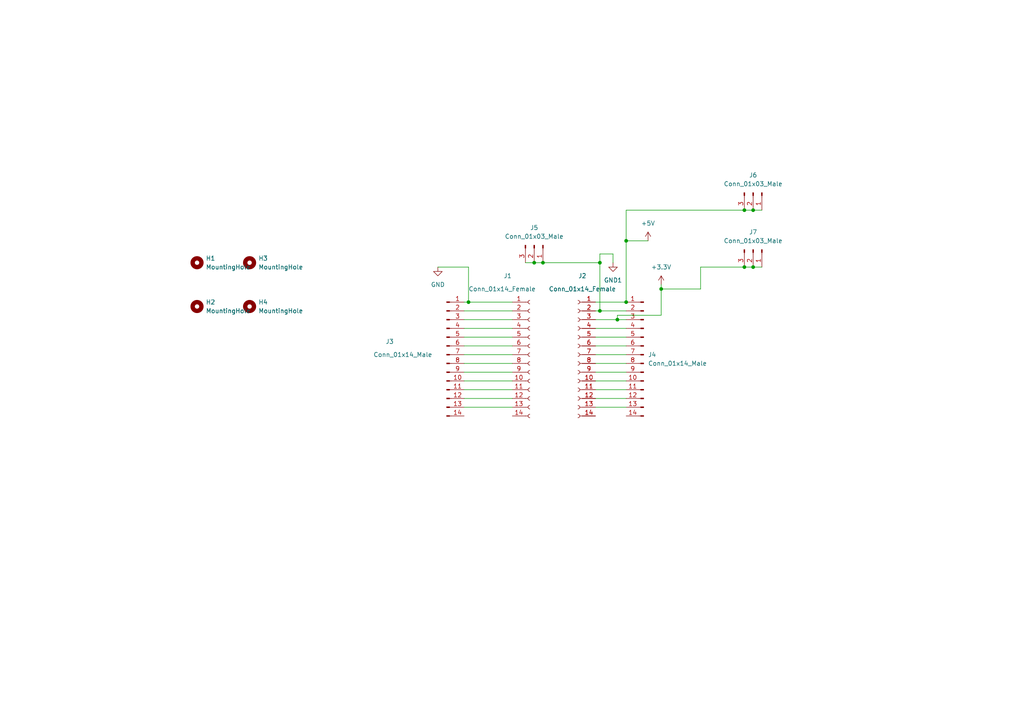
<source format=kicad_sch>
(kicad_sch
	(version 20250114)
	(generator "eeschema")
	(generator_version "9.0")
	(uuid "8d7eee74-4e66-43ff-b4d9-a3ad8116e446")
	(paper "A4")
	(lib_symbols
		(symbol "Connector:Conn_01x03_Male"
			(pin_names
				(offset 1.016)
				(hide yes)
			)
			(exclude_from_sim no)
			(in_bom yes)
			(on_board yes)
			(property "Reference" "J"
				(at 0 5.08 0)
				(effects
					(font
						(size 1.27 1.27)
					)
				)
			)
			(property "Value" "Conn_01x03_Male"
				(at 0 -5.08 0)
				(effects
					(font
						(size 1.27 1.27)
					)
				)
			)
			(property "Footprint" ""
				(at 0 0 0)
				(effects
					(font
						(size 1.27 1.27)
					)
					(hide yes)
				)
			)
			(property "Datasheet" "~"
				(at 0 0 0)
				(effects
					(font
						(size 1.27 1.27)
					)
					(hide yes)
				)
			)
			(property "Description" "Generic connector, single row, 01x03, script generated (kicad-library-utils/schlib/autogen/connector/)"
				(at 0 0 0)
				(effects
					(font
						(size 1.27 1.27)
					)
					(hide yes)
				)
			)
			(property "ki_keywords" "connector"
				(at 0 0 0)
				(effects
					(font
						(size 1.27 1.27)
					)
					(hide yes)
				)
			)
			(property "ki_fp_filters" "Connector*:*_1x??_*"
				(at 0 0 0)
				(effects
					(font
						(size 1.27 1.27)
					)
					(hide yes)
				)
			)
			(symbol "Conn_01x03_Male_1_1"
				(rectangle
					(start 0.8636 2.667)
					(end 0 2.413)
					(stroke
						(width 0.1524)
						(type default)
					)
					(fill
						(type outline)
					)
				)
				(rectangle
					(start 0.8636 0.127)
					(end 0 -0.127)
					(stroke
						(width 0.1524)
						(type default)
					)
					(fill
						(type outline)
					)
				)
				(rectangle
					(start 0.8636 -2.413)
					(end 0 -2.667)
					(stroke
						(width 0.1524)
						(type default)
					)
					(fill
						(type outline)
					)
				)
				(polyline
					(pts
						(xy 1.27 2.54) (xy 0.8636 2.54)
					)
					(stroke
						(width 0.1524)
						(type default)
					)
					(fill
						(type none)
					)
				)
				(polyline
					(pts
						(xy 1.27 0) (xy 0.8636 0)
					)
					(stroke
						(width 0.1524)
						(type default)
					)
					(fill
						(type none)
					)
				)
				(polyline
					(pts
						(xy 1.27 -2.54) (xy 0.8636 -2.54)
					)
					(stroke
						(width 0.1524)
						(type default)
					)
					(fill
						(type none)
					)
				)
				(pin passive line
					(at 5.08 2.54 180)
					(length 3.81)
					(name "Pin_1"
						(effects
							(font
								(size 1.27 1.27)
							)
						)
					)
					(number "1"
						(effects
							(font
								(size 1.27 1.27)
							)
						)
					)
				)
				(pin passive line
					(at 5.08 0 180)
					(length 3.81)
					(name "Pin_2"
						(effects
							(font
								(size 1.27 1.27)
							)
						)
					)
					(number "2"
						(effects
							(font
								(size 1.27 1.27)
							)
						)
					)
				)
				(pin passive line
					(at 5.08 -2.54 180)
					(length 3.81)
					(name "Pin_3"
						(effects
							(font
								(size 1.27 1.27)
							)
						)
					)
					(number "3"
						(effects
							(font
								(size 1.27 1.27)
							)
						)
					)
				)
			)
			(embedded_fonts no)
		)
		(symbol "Connector:Conn_01x14_Female"
			(pin_names
				(offset 1.016)
				(hide yes)
			)
			(exclude_from_sim no)
			(in_bom yes)
			(on_board yes)
			(property "Reference" "J"
				(at 0 17.78 0)
				(effects
					(font
						(size 1.27 1.27)
					)
				)
			)
			(property "Value" "Conn_01x14_Female"
				(at 0 -20.32 0)
				(effects
					(font
						(size 1.27 1.27)
					)
				)
			)
			(property "Footprint" ""
				(at 0 0 0)
				(effects
					(font
						(size 1.27 1.27)
					)
					(hide yes)
				)
			)
			(property "Datasheet" "~"
				(at 0 0 0)
				(effects
					(font
						(size 1.27 1.27)
					)
					(hide yes)
				)
			)
			(property "Description" "Generic connector, single row, 01x14, script generated (kicad-library-utils/schlib/autogen/connector/)"
				(at 0 0 0)
				(effects
					(font
						(size 1.27 1.27)
					)
					(hide yes)
				)
			)
			(property "ki_keywords" "connector"
				(at 0 0 0)
				(effects
					(font
						(size 1.27 1.27)
					)
					(hide yes)
				)
			)
			(property "ki_fp_filters" "Connector*:*_1x??_*"
				(at 0 0 0)
				(effects
					(font
						(size 1.27 1.27)
					)
					(hide yes)
				)
			)
			(symbol "Conn_01x14_Female_1_1"
				(polyline
					(pts
						(xy -1.27 15.24) (xy -0.508 15.24)
					)
					(stroke
						(width 0.1524)
						(type default)
					)
					(fill
						(type none)
					)
				)
				(polyline
					(pts
						(xy -1.27 12.7) (xy -0.508 12.7)
					)
					(stroke
						(width 0.1524)
						(type default)
					)
					(fill
						(type none)
					)
				)
				(polyline
					(pts
						(xy -1.27 10.16) (xy -0.508 10.16)
					)
					(stroke
						(width 0.1524)
						(type default)
					)
					(fill
						(type none)
					)
				)
				(polyline
					(pts
						(xy -1.27 7.62) (xy -0.508 7.62)
					)
					(stroke
						(width 0.1524)
						(type default)
					)
					(fill
						(type none)
					)
				)
				(polyline
					(pts
						(xy -1.27 5.08) (xy -0.508 5.08)
					)
					(stroke
						(width 0.1524)
						(type default)
					)
					(fill
						(type none)
					)
				)
				(polyline
					(pts
						(xy -1.27 2.54) (xy -0.508 2.54)
					)
					(stroke
						(width 0.1524)
						(type default)
					)
					(fill
						(type none)
					)
				)
				(polyline
					(pts
						(xy -1.27 0) (xy -0.508 0)
					)
					(stroke
						(width 0.1524)
						(type default)
					)
					(fill
						(type none)
					)
				)
				(polyline
					(pts
						(xy -1.27 -2.54) (xy -0.508 -2.54)
					)
					(stroke
						(width 0.1524)
						(type default)
					)
					(fill
						(type none)
					)
				)
				(polyline
					(pts
						(xy -1.27 -5.08) (xy -0.508 -5.08)
					)
					(stroke
						(width 0.1524)
						(type default)
					)
					(fill
						(type none)
					)
				)
				(polyline
					(pts
						(xy -1.27 -7.62) (xy -0.508 -7.62)
					)
					(stroke
						(width 0.1524)
						(type default)
					)
					(fill
						(type none)
					)
				)
				(polyline
					(pts
						(xy -1.27 -10.16) (xy -0.508 -10.16)
					)
					(stroke
						(width 0.1524)
						(type default)
					)
					(fill
						(type none)
					)
				)
				(polyline
					(pts
						(xy -1.27 -12.7) (xy -0.508 -12.7)
					)
					(stroke
						(width 0.1524)
						(type default)
					)
					(fill
						(type none)
					)
				)
				(polyline
					(pts
						(xy -1.27 -15.24) (xy -0.508 -15.24)
					)
					(stroke
						(width 0.1524)
						(type default)
					)
					(fill
						(type none)
					)
				)
				(polyline
					(pts
						(xy -1.27 -17.78) (xy -0.508 -17.78)
					)
					(stroke
						(width 0.1524)
						(type default)
					)
					(fill
						(type none)
					)
				)
				(arc
					(start 0 14.732)
					(mid -0.5058 15.24)
					(end 0 15.748)
					(stroke
						(width 0.1524)
						(type default)
					)
					(fill
						(type none)
					)
				)
				(arc
					(start 0 12.192)
					(mid -0.5058 12.7)
					(end 0 13.208)
					(stroke
						(width 0.1524)
						(type default)
					)
					(fill
						(type none)
					)
				)
				(arc
					(start 0 9.652)
					(mid -0.5058 10.16)
					(end 0 10.668)
					(stroke
						(width 0.1524)
						(type default)
					)
					(fill
						(type none)
					)
				)
				(arc
					(start 0 7.112)
					(mid -0.5058 7.62)
					(end 0 8.128)
					(stroke
						(width 0.1524)
						(type default)
					)
					(fill
						(type none)
					)
				)
				(arc
					(start 0 4.572)
					(mid -0.5058 5.08)
					(end 0 5.588)
					(stroke
						(width 0.1524)
						(type default)
					)
					(fill
						(type none)
					)
				)
				(arc
					(start 0 2.032)
					(mid -0.5058 2.54)
					(end 0 3.048)
					(stroke
						(width 0.1524)
						(type default)
					)
					(fill
						(type none)
					)
				)
				(arc
					(start 0 -0.508)
					(mid -0.5058 0)
					(end 0 0.508)
					(stroke
						(width 0.1524)
						(type default)
					)
					(fill
						(type none)
					)
				)
				(arc
					(start 0 -3.048)
					(mid -0.5058 -2.54)
					(end 0 -2.032)
					(stroke
						(width 0.1524)
						(type default)
					)
					(fill
						(type none)
					)
				)
				(arc
					(start 0 -5.588)
					(mid -0.5058 -5.08)
					(end 0 -4.572)
					(stroke
						(width 0.1524)
						(type default)
					)
					(fill
						(type none)
					)
				)
				(arc
					(start 0 -8.128)
					(mid -0.5058 -7.62)
					(end 0 -7.112)
					(stroke
						(width 0.1524)
						(type default)
					)
					(fill
						(type none)
					)
				)
				(arc
					(start 0 -10.668)
					(mid -0.5058 -10.16)
					(end 0 -9.652)
					(stroke
						(width 0.1524)
						(type default)
					)
					(fill
						(type none)
					)
				)
				(arc
					(start 0 -13.208)
					(mid -0.5058 -12.7)
					(end 0 -12.192)
					(stroke
						(width 0.1524)
						(type default)
					)
					(fill
						(type none)
					)
				)
				(arc
					(start 0 -15.748)
					(mid -0.5058 -15.24)
					(end 0 -14.732)
					(stroke
						(width 0.1524)
						(type default)
					)
					(fill
						(type none)
					)
				)
				(arc
					(start 0 -18.288)
					(mid -0.5058 -17.78)
					(end 0 -17.272)
					(stroke
						(width 0.1524)
						(type default)
					)
					(fill
						(type none)
					)
				)
				(pin passive line
					(at -5.08 15.24 0)
					(length 3.81)
					(name "Pin_1"
						(effects
							(font
								(size 1.27 1.27)
							)
						)
					)
					(number "1"
						(effects
							(font
								(size 1.27 1.27)
							)
						)
					)
				)
				(pin passive line
					(at -5.08 12.7 0)
					(length 3.81)
					(name "Pin_2"
						(effects
							(font
								(size 1.27 1.27)
							)
						)
					)
					(number "2"
						(effects
							(font
								(size 1.27 1.27)
							)
						)
					)
				)
				(pin passive line
					(at -5.08 10.16 0)
					(length 3.81)
					(name "Pin_3"
						(effects
							(font
								(size 1.27 1.27)
							)
						)
					)
					(number "3"
						(effects
							(font
								(size 1.27 1.27)
							)
						)
					)
				)
				(pin passive line
					(at -5.08 7.62 0)
					(length 3.81)
					(name "Pin_4"
						(effects
							(font
								(size 1.27 1.27)
							)
						)
					)
					(number "4"
						(effects
							(font
								(size 1.27 1.27)
							)
						)
					)
				)
				(pin passive line
					(at -5.08 5.08 0)
					(length 3.81)
					(name "Pin_5"
						(effects
							(font
								(size 1.27 1.27)
							)
						)
					)
					(number "5"
						(effects
							(font
								(size 1.27 1.27)
							)
						)
					)
				)
				(pin passive line
					(at -5.08 2.54 0)
					(length 3.81)
					(name "Pin_6"
						(effects
							(font
								(size 1.27 1.27)
							)
						)
					)
					(number "6"
						(effects
							(font
								(size 1.27 1.27)
							)
						)
					)
				)
				(pin passive line
					(at -5.08 0 0)
					(length 3.81)
					(name "Pin_7"
						(effects
							(font
								(size 1.27 1.27)
							)
						)
					)
					(number "7"
						(effects
							(font
								(size 1.27 1.27)
							)
						)
					)
				)
				(pin passive line
					(at -5.08 -2.54 0)
					(length 3.81)
					(name "Pin_8"
						(effects
							(font
								(size 1.27 1.27)
							)
						)
					)
					(number "8"
						(effects
							(font
								(size 1.27 1.27)
							)
						)
					)
				)
				(pin passive line
					(at -5.08 -5.08 0)
					(length 3.81)
					(name "Pin_9"
						(effects
							(font
								(size 1.27 1.27)
							)
						)
					)
					(number "9"
						(effects
							(font
								(size 1.27 1.27)
							)
						)
					)
				)
				(pin passive line
					(at -5.08 -7.62 0)
					(length 3.81)
					(name "Pin_10"
						(effects
							(font
								(size 1.27 1.27)
							)
						)
					)
					(number "10"
						(effects
							(font
								(size 1.27 1.27)
							)
						)
					)
				)
				(pin passive line
					(at -5.08 -10.16 0)
					(length 3.81)
					(name "Pin_11"
						(effects
							(font
								(size 1.27 1.27)
							)
						)
					)
					(number "11"
						(effects
							(font
								(size 1.27 1.27)
							)
						)
					)
				)
				(pin passive line
					(at -5.08 -12.7 0)
					(length 3.81)
					(name "Pin_12"
						(effects
							(font
								(size 1.27 1.27)
							)
						)
					)
					(number "12"
						(effects
							(font
								(size 1.27 1.27)
							)
						)
					)
				)
				(pin passive line
					(at -5.08 -15.24 0)
					(length 3.81)
					(name "Pin_13"
						(effects
							(font
								(size 1.27 1.27)
							)
						)
					)
					(number "13"
						(effects
							(font
								(size 1.27 1.27)
							)
						)
					)
				)
				(pin passive line
					(at -5.08 -17.78 0)
					(length 3.81)
					(name "Pin_14"
						(effects
							(font
								(size 1.27 1.27)
							)
						)
					)
					(number "14"
						(effects
							(font
								(size 1.27 1.27)
							)
						)
					)
				)
			)
			(embedded_fonts no)
		)
		(symbol "Connector:Conn_01x14_Male"
			(pin_names
				(offset 1.016)
				(hide yes)
			)
			(exclude_from_sim no)
			(in_bom yes)
			(on_board yes)
			(property "Reference" "J"
				(at 0 17.78 0)
				(effects
					(font
						(size 1.27 1.27)
					)
				)
			)
			(property "Value" "Conn_01x14_Male"
				(at 0 -20.32 0)
				(effects
					(font
						(size 1.27 1.27)
					)
				)
			)
			(property "Footprint" ""
				(at 0 0 0)
				(effects
					(font
						(size 1.27 1.27)
					)
					(hide yes)
				)
			)
			(property "Datasheet" "~"
				(at 0 0 0)
				(effects
					(font
						(size 1.27 1.27)
					)
					(hide yes)
				)
			)
			(property "Description" "Generic connector, single row, 01x14, script generated (kicad-library-utils/schlib/autogen/connector/)"
				(at 0 0 0)
				(effects
					(font
						(size 1.27 1.27)
					)
					(hide yes)
				)
			)
			(property "ki_keywords" "connector"
				(at 0 0 0)
				(effects
					(font
						(size 1.27 1.27)
					)
					(hide yes)
				)
			)
			(property "ki_fp_filters" "Connector*:*_1x??_*"
				(at 0 0 0)
				(effects
					(font
						(size 1.27 1.27)
					)
					(hide yes)
				)
			)
			(symbol "Conn_01x14_Male_1_1"
				(rectangle
					(start 0.8636 15.367)
					(end 0 15.113)
					(stroke
						(width 0.1524)
						(type default)
					)
					(fill
						(type outline)
					)
				)
				(rectangle
					(start 0.8636 12.827)
					(end 0 12.573)
					(stroke
						(width 0.1524)
						(type default)
					)
					(fill
						(type outline)
					)
				)
				(rectangle
					(start 0.8636 10.287)
					(end 0 10.033)
					(stroke
						(width 0.1524)
						(type default)
					)
					(fill
						(type outline)
					)
				)
				(rectangle
					(start 0.8636 7.747)
					(end 0 7.493)
					(stroke
						(width 0.1524)
						(type default)
					)
					(fill
						(type outline)
					)
				)
				(rectangle
					(start 0.8636 5.207)
					(end 0 4.953)
					(stroke
						(width 0.1524)
						(type default)
					)
					(fill
						(type outline)
					)
				)
				(rectangle
					(start 0.8636 2.667)
					(end 0 2.413)
					(stroke
						(width 0.1524)
						(type default)
					)
					(fill
						(type outline)
					)
				)
				(rectangle
					(start 0.8636 0.127)
					(end 0 -0.127)
					(stroke
						(width 0.1524)
						(type default)
					)
					(fill
						(type outline)
					)
				)
				(rectangle
					(start 0.8636 -2.413)
					(end 0 -2.667)
					(stroke
						(width 0.1524)
						(type default)
					)
					(fill
						(type outline)
					)
				)
				(rectangle
					(start 0.8636 -4.953)
					(end 0 -5.207)
					(stroke
						(width 0.1524)
						(type default)
					)
					(fill
						(type outline)
					)
				)
				(rectangle
					(start 0.8636 -7.493)
					(end 0 -7.747)
					(stroke
						(width 0.1524)
						(type default)
					)
					(fill
						(type outline)
					)
				)
				(rectangle
					(start 0.8636 -10.033)
					(end 0 -10.287)
					(stroke
						(width 0.1524)
						(type default)
					)
					(fill
						(type outline)
					)
				)
				(rectangle
					(start 0.8636 -12.573)
					(end 0 -12.827)
					(stroke
						(width 0.1524)
						(type default)
					)
					(fill
						(type outline)
					)
				)
				(rectangle
					(start 0.8636 -15.113)
					(end 0 -15.367)
					(stroke
						(width 0.1524)
						(type default)
					)
					(fill
						(type outline)
					)
				)
				(rectangle
					(start 0.8636 -17.653)
					(end 0 -17.907)
					(stroke
						(width 0.1524)
						(type default)
					)
					(fill
						(type outline)
					)
				)
				(polyline
					(pts
						(xy 1.27 15.24) (xy 0.8636 15.24)
					)
					(stroke
						(width 0.1524)
						(type default)
					)
					(fill
						(type none)
					)
				)
				(polyline
					(pts
						(xy 1.27 12.7) (xy 0.8636 12.7)
					)
					(stroke
						(width 0.1524)
						(type default)
					)
					(fill
						(type none)
					)
				)
				(polyline
					(pts
						(xy 1.27 10.16) (xy 0.8636 10.16)
					)
					(stroke
						(width 0.1524)
						(type default)
					)
					(fill
						(type none)
					)
				)
				(polyline
					(pts
						(xy 1.27 7.62) (xy 0.8636 7.62)
					)
					(stroke
						(width 0.1524)
						(type default)
					)
					(fill
						(type none)
					)
				)
				(polyline
					(pts
						(xy 1.27 5.08) (xy 0.8636 5.08)
					)
					(stroke
						(width 0.1524)
						(type default)
					)
					(fill
						(type none)
					)
				)
				(polyline
					(pts
						(xy 1.27 2.54) (xy 0.8636 2.54)
					)
					(stroke
						(width 0.1524)
						(type default)
					)
					(fill
						(type none)
					)
				)
				(polyline
					(pts
						(xy 1.27 0) (xy 0.8636 0)
					)
					(stroke
						(width 0.1524)
						(type default)
					)
					(fill
						(type none)
					)
				)
				(polyline
					(pts
						(xy 1.27 -2.54) (xy 0.8636 -2.54)
					)
					(stroke
						(width 0.1524)
						(type default)
					)
					(fill
						(type none)
					)
				)
				(polyline
					(pts
						(xy 1.27 -5.08) (xy 0.8636 -5.08)
					)
					(stroke
						(width 0.1524)
						(type default)
					)
					(fill
						(type none)
					)
				)
				(polyline
					(pts
						(xy 1.27 -7.62) (xy 0.8636 -7.62)
					)
					(stroke
						(width 0.1524)
						(type default)
					)
					(fill
						(type none)
					)
				)
				(polyline
					(pts
						(xy 1.27 -10.16) (xy 0.8636 -10.16)
					)
					(stroke
						(width 0.1524)
						(type default)
					)
					(fill
						(type none)
					)
				)
				(polyline
					(pts
						(xy 1.27 -12.7) (xy 0.8636 -12.7)
					)
					(stroke
						(width 0.1524)
						(type default)
					)
					(fill
						(type none)
					)
				)
				(polyline
					(pts
						(xy 1.27 -15.24) (xy 0.8636 -15.24)
					)
					(stroke
						(width 0.1524)
						(type default)
					)
					(fill
						(type none)
					)
				)
				(polyline
					(pts
						(xy 1.27 -17.78) (xy 0.8636 -17.78)
					)
					(stroke
						(width 0.1524)
						(type default)
					)
					(fill
						(type none)
					)
				)
				(pin passive line
					(at 5.08 15.24 180)
					(length 3.81)
					(name "Pin_1"
						(effects
							(font
								(size 1.27 1.27)
							)
						)
					)
					(number "1"
						(effects
							(font
								(size 1.27 1.27)
							)
						)
					)
				)
				(pin passive line
					(at 5.08 12.7 180)
					(length 3.81)
					(name "Pin_2"
						(effects
							(font
								(size 1.27 1.27)
							)
						)
					)
					(number "2"
						(effects
							(font
								(size 1.27 1.27)
							)
						)
					)
				)
				(pin passive line
					(at 5.08 10.16 180)
					(length 3.81)
					(name "Pin_3"
						(effects
							(font
								(size 1.27 1.27)
							)
						)
					)
					(number "3"
						(effects
							(font
								(size 1.27 1.27)
							)
						)
					)
				)
				(pin passive line
					(at 5.08 7.62 180)
					(length 3.81)
					(name "Pin_4"
						(effects
							(font
								(size 1.27 1.27)
							)
						)
					)
					(number "4"
						(effects
							(font
								(size 1.27 1.27)
							)
						)
					)
				)
				(pin passive line
					(at 5.08 5.08 180)
					(length 3.81)
					(name "Pin_5"
						(effects
							(font
								(size 1.27 1.27)
							)
						)
					)
					(number "5"
						(effects
							(font
								(size 1.27 1.27)
							)
						)
					)
				)
				(pin passive line
					(at 5.08 2.54 180)
					(length 3.81)
					(name "Pin_6"
						(effects
							(font
								(size 1.27 1.27)
							)
						)
					)
					(number "6"
						(effects
							(font
								(size 1.27 1.27)
							)
						)
					)
				)
				(pin passive line
					(at 5.08 0 180)
					(length 3.81)
					(name "Pin_7"
						(effects
							(font
								(size 1.27 1.27)
							)
						)
					)
					(number "7"
						(effects
							(font
								(size 1.27 1.27)
							)
						)
					)
				)
				(pin passive line
					(at 5.08 -2.54 180)
					(length 3.81)
					(name "Pin_8"
						(effects
							(font
								(size 1.27 1.27)
							)
						)
					)
					(number "8"
						(effects
							(font
								(size 1.27 1.27)
							)
						)
					)
				)
				(pin passive line
					(at 5.08 -5.08 180)
					(length 3.81)
					(name "Pin_9"
						(effects
							(font
								(size 1.27 1.27)
							)
						)
					)
					(number "9"
						(effects
							(font
								(size 1.27 1.27)
							)
						)
					)
				)
				(pin passive line
					(at 5.08 -7.62 180)
					(length 3.81)
					(name "Pin_10"
						(effects
							(font
								(size 1.27 1.27)
							)
						)
					)
					(number "10"
						(effects
							(font
								(size 1.27 1.27)
							)
						)
					)
				)
				(pin passive line
					(at 5.08 -10.16 180)
					(length 3.81)
					(name "Pin_11"
						(effects
							(font
								(size 1.27 1.27)
							)
						)
					)
					(number "11"
						(effects
							(font
								(size 1.27 1.27)
							)
						)
					)
				)
				(pin passive line
					(at 5.08 -12.7 180)
					(length 3.81)
					(name "Pin_12"
						(effects
							(font
								(size 1.27 1.27)
							)
						)
					)
					(number "12"
						(effects
							(font
								(size 1.27 1.27)
							)
						)
					)
				)
				(pin passive line
					(at 5.08 -15.24 180)
					(length 3.81)
					(name "Pin_13"
						(effects
							(font
								(size 1.27 1.27)
							)
						)
					)
					(number "13"
						(effects
							(font
								(size 1.27 1.27)
							)
						)
					)
				)
				(pin passive line
					(at 5.08 -17.78 180)
					(length 3.81)
					(name "Pin_14"
						(effects
							(font
								(size 1.27 1.27)
							)
						)
					)
					(number "14"
						(effects
							(font
								(size 1.27 1.27)
							)
						)
					)
				)
			)
			(embedded_fonts no)
		)
		(symbol "Mechanical:MountingHole"
			(pin_names
				(offset 1.016)
			)
			(exclude_from_sim no)
			(in_bom yes)
			(on_board yes)
			(property "Reference" "H"
				(at 0 5.08 0)
				(effects
					(font
						(size 1.27 1.27)
					)
				)
			)
			(property "Value" "MountingHole"
				(at 0 3.175 0)
				(effects
					(font
						(size 1.27 1.27)
					)
				)
			)
			(property "Footprint" ""
				(at 0 0 0)
				(effects
					(font
						(size 1.27 1.27)
					)
					(hide yes)
				)
			)
			(property "Datasheet" "~"
				(at 0 0 0)
				(effects
					(font
						(size 1.27 1.27)
					)
					(hide yes)
				)
			)
			(property "Description" "Mounting Hole without connection"
				(at 0 0 0)
				(effects
					(font
						(size 1.27 1.27)
					)
					(hide yes)
				)
			)
			(property "ki_keywords" "mounting hole"
				(at 0 0 0)
				(effects
					(font
						(size 1.27 1.27)
					)
					(hide yes)
				)
			)
			(property "ki_fp_filters" "MountingHole*"
				(at 0 0 0)
				(effects
					(font
						(size 1.27 1.27)
					)
					(hide yes)
				)
			)
			(symbol "MountingHole_0_1"
				(circle
					(center 0 0)
					(radius 1.27)
					(stroke
						(width 1.27)
						(type default)
					)
					(fill
						(type none)
					)
				)
			)
			(embedded_fonts no)
		)
		(symbol "power:+3.3V"
			(power)
			(pin_names
				(offset 0)
			)
			(exclude_from_sim no)
			(in_bom yes)
			(on_board yes)
			(property "Reference" "#PWR"
				(at 0 -3.81 0)
				(effects
					(font
						(size 1.27 1.27)
					)
					(hide yes)
				)
			)
			(property "Value" "+3.3V"
				(at 0 3.556 0)
				(effects
					(font
						(size 1.27 1.27)
					)
				)
			)
			(property "Footprint" ""
				(at 0 0 0)
				(effects
					(font
						(size 1.27 1.27)
					)
					(hide yes)
				)
			)
			(property "Datasheet" ""
				(at 0 0 0)
				(effects
					(font
						(size 1.27 1.27)
					)
					(hide yes)
				)
			)
			(property "Description" "Power symbol creates a global label with name \"+3.3V\""
				(at 0 0 0)
				(effects
					(font
						(size 1.27 1.27)
					)
					(hide yes)
				)
			)
			(property "ki_keywords" "power-flag"
				(at 0 0 0)
				(effects
					(font
						(size 1.27 1.27)
					)
					(hide yes)
				)
			)
			(symbol "+3.3V_0_1"
				(polyline
					(pts
						(xy -0.762 1.27) (xy 0 2.54)
					)
					(stroke
						(width 0)
						(type default)
					)
					(fill
						(type none)
					)
				)
				(polyline
					(pts
						(xy 0 2.54) (xy 0.762 1.27)
					)
					(stroke
						(width 0)
						(type default)
					)
					(fill
						(type none)
					)
				)
				(polyline
					(pts
						(xy 0 0) (xy 0 2.54)
					)
					(stroke
						(width 0)
						(type default)
					)
					(fill
						(type none)
					)
				)
			)
			(symbol "+3.3V_1_1"
				(pin power_in line
					(at 0 0 90)
					(length 0)
					(hide yes)
					(name "+3.3V"
						(effects
							(font
								(size 1.27 1.27)
							)
						)
					)
					(number "1"
						(effects
							(font
								(size 1.27 1.27)
							)
						)
					)
				)
			)
			(embedded_fonts no)
		)
		(symbol "power:+5V"
			(power)
			(pin_names
				(offset 0)
			)
			(exclude_from_sim no)
			(in_bom yes)
			(on_board yes)
			(property "Reference" "#PWR"
				(at 0 -3.81 0)
				(effects
					(font
						(size 1.27 1.27)
					)
					(hide yes)
				)
			)
			(property "Value" "+5V"
				(at 0 3.556 0)
				(effects
					(font
						(size 1.27 1.27)
					)
				)
			)
			(property "Footprint" ""
				(at 0 0 0)
				(effects
					(font
						(size 1.27 1.27)
					)
					(hide yes)
				)
			)
			(property "Datasheet" ""
				(at 0 0 0)
				(effects
					(font
						(size 1.27 1.27)
					)
					(hide yes)
				)
			)
			(property "Description" "Power symbol creates a global label with name \"+5V\""
				(at 0 0 0)
				(effects
					(font
						(size 1.27 1.27)
					)
					(hide yes)
				)
			)
			(property "ki_keywords" "power-flag"
				(at 0 0 0)
				(effects
					(font
						(size 1.27 1.27)
					)
					(hide yes)
				)
			)
			(symbol "+5V_0_1"
				(polyline
					(pts
						(xy -0.762 1.27) (xy 0 2.54)
					)
					(stroke
						(width 0)
						(type default)
					)
					(fill
						(type none)
					)
				)
				(polyline
					(pts
						(xy 0 2.54) (xy 0.762 1.27)
					)
					(stroke
						(width 0)
						(type default)
					)
					(fill
						(type none)
					)
				)
				(polyline
					(pts
						(xy 0 0) (xy 0 2.54)
					)
					(stroke
						(width 0)
						(type default)
					)
					(fill
						(type none)
					)
				)
			)
			(symbol "+5V_1_1"
				(pin power_in line
					(at 0 0 90)
					(length 0)
					(hide yes)
					(name "+5V"
						(effects
							(font
								(size 1.27 1.27)
							)
						)
					)
					(number "1"
						(effects
							(font
								(size 1.27 1.27)
							)
						)
					)
				)
			)
			(embedded_fonts no)
		)
		(symbol "power:GND"
			(power)
			(pin_names
				(offset 0)
			)
			(exclude_from_sim no)
			(in_bom yes)
			(on_board yes)
			(property "Reference" "#PWR"
				(at 0 -6.35 0)
				(effects
					(font
						(size 1.27 1.27)
					)
					(hide yes)
				)
			)
			(property "Value" "GND"
				(at 0 -3.81 0)
				(effects
					(font
						(size 1.27 1.27)
					)
				)
			)
			(property "Footprint" ""
				(at 0 0 0)
				(effects
					(font
						(size 1.27 1.27)
					)
					(hide yes)
				)
			)
			(property "Datasheet" ""
				(at 0 0 0)
				(effects
					(font
						(size 1.27 1.27)
					)
					(hide yes)
				)
			)
			(property "Description" "Power symbol creates a global label with name \"GND\" , ground"
				(at 0 0 0)
				(effects
					(font
						(size 1.27 1.27)
					)
					(hide yes)
				)
			)
			(property "ki_keywords" "power-flag"
				(at 0 0 0)
				(effects
					(font
						(size 1.27 1.27)
					)
					(hide yes)
				)
			)
			(symbol "GND_0_1"
				(polyline
					(pts
						(xy 0 0) (xy 0 -1.27) (xy 1.27 -1.27) (xy 0 -2.54) (xy -1.27 -1.27) (xy 0 -1.27)
					)
					(stroke
						(width 0)
						(type default)
					)
					(fill
						(type none)
					)
				)
			)
			(symbol "GND_1_1"
				(pin power_in line
					(at 0 0 270)
					(length 0)
					(hide yes)
					(name "GND"
						(effects
							(font
								(size 1.27 1.27)
							)
						)
					)
					(number "1"
						(effects
							(font
								(size 1.27 1.27)
							)
						)
					)
				)
			)
			(embedded_fonts no)
		)
		(symbol "power:GND1"
			(power)
			(pin_names
				(offset 0)
			)
			(exclude_from_sim no)
			(in_bom yes)
			(on_board yes)
			(property "Reference" "#PWR"
				(at 0 -6.35 0)
				(effects
					(font
						(size 1.27 1.27)
					)
					(hide yes)
				)
			)
			(property "Value" "GND1"
				(at 0 -3.81 0)
				(effects
					(font
						(size 1.27 1.27)
					)
				)
			)
			(property "Footprint" ""
				(at 0 0 0)
				(effects
					(font
						(size 1.27 1.27)
					)
					(hide yes)
				)
			)
			(property "Datasheet" ""
				(at 0 0 0)
				(effects
					(font
						(size 1.27 1.27)
					)
					(hide yes)
				)
			)
			(property "Description" "Power symbol creates a global label with name \"GND1\" , ground"
				(at 0 0 0)
				(effects
					(font
						(size 1.27 1.27)
					)
					(hide yes)
				)
			)
			(property "ki_keywords" "power-flag"
				(at 0 0 0)
				(effects
					(font
						(size 1.27 1.27)
					)
					(hide yes)
				)
			)
			(symbol "GND1_0_1"
				(polyline
					(pts
						(xy 0 0) (xy 0 -1.27) (xy 1.27 -1.27) (xy 0 -2.54) (xy -1.27 -1.27) (xy 0 -1.27)
					)
					(stroke
						(width 0)
						(type default)
					)
					(fill
						(type none)
					)
				)
			)
			(symbol "GND1_1_1"
				(pin power_in line
					(at 0 0 270)
					(length 0)
					(hide yes)
					(name "GND1"
						(effects
							(font
								(size 1.27 1.27)
							)
						)
					)
					(number "1"
						(effects
							(font
								(size 1.27 1.27)
							)
						)
					)
				)
			)
			(embedded_fonts no)
		)
	)
	(junction
		(at 157.48 76.2)
		(diameter 0)
		(color 0 0 0 0)
		(uuid "0d9156e3-5694-4fb2-89a7-076311d2cdb6")
	)
	(junction
		(at 191.77 83.82)
		(diameter 0)
		(color 0 0 0 0)
		(uuid "25e41757-8954-415a-8b6c-53b539343ab5")
	)
	(junction
		(at 215.9 77.47)
		(diameter 0)
		(color 0 0 0 0)
		(uuid "3382678a-9bbc-4423-a5d9-37581a83b382")
	)
	(junction
		(at 181.61 69.85)
		(diameter 0)
		(color 0 0 0 0)
		(uuid "55466926-99a2-4fbc-9f7a-5452476543bf")
	)
	(junction
		(at 181.61 87.63)
		(diameter 0)
		(color 0 0 0 0)
		(uuid "72b424b1-2856-419c-bd8a-feab623a3988")
	)
	(junction
		(at 173.99 90.17)
		(diameter 0)
		(color 0 0 0 0)
		(uuid "80f32393-8829-427f-9fe7-0071f15cf1df")
	)
	(junction
		(at 218.44 60.96)
		(diameter 0)
		(color 0 0 0 0)
		(uuid "836fe681-7f71-4df4-abad-e0d1f59b65c7")
	)
	(junction
		(at 179.07 92.71)
		(diameter 0)
		(color 0 0 0 0)
		(uuid "96bd339e-0453-4a8c-a411-3fd909349757")
	)
	(junction
		(at 218.44 77.47)
		(diameter 0)
		(color 0 0 0 0)
		(uuid "ce85af0c-ef5f-4140-837e-f24e5ab0a1b5")
	)
	(junction
		(at 173.99 76.2)
		(diameter 0)
		(color 0 0 0 0)
		(uuid "cedb3603-5469-4238-99b7-7ec0797d7193")
	)
	(junction
		(at 135.89 87.63)
		(diameter 0)
		(color 0 0 0 0)
		(uuid "e1d4e2ec-42f6-44f6-a0be-cd3830547a1e")
	)
	(junction
		(at 154.94 76.2)
		(diameter 0)
		(color 0 0 0 0)
		(uuid "fa5ee673-c900-4d00-9d90-77d9ac377de9")
	)
	(junction
		(at 215.9 60.96)
		(diameter 0)
		(color 0 0 0 0)
		(uuid "fcb4b5cc-c8d6-4ba0-bb26-3672827770a9")
	)
	(wire
		(pts
			(xy 172.72 110.49) (xy 181.61 110.49)
		)
		(stroke
			(width 0)
			(type default)
		)
		(uuid "05cd2506-b7cc-4a2c-9783-26f3fe5b4b23")
	)
	(wire
		(pts
			(xy 134.62 102.87) (xy 148.59 102.87)
		)
		(stroke
			(width 0)
			(type default)
		)
		(uuid "09d0cc98-8277-4441-ac82-dd5051b02316")
	)
	(wire
		(pts
			(xy 173.99 76.2) (xy 173.99 90.17)
		)
		(stroke
			(width 0)
			(type default)
		)
		(uuid "0b8b355a-1325-4a39-98cf-bb75786d55d9")
	)
	(wire
		(pts
			(xy 172.72 100.33) (xy 181.61 100.33)
		)
		(stroke
			(width 0)
			(type default)
		)
		(uuid "0d840448-b327-41d1-ba36-9918321e7b45")
	)
	(wire
		(pts
			(xy 152.4 76.2) (xy 154.94 76.2)
		)
		(stroke
			(width 0)
			(type default)
		)
		(uuid "0ecd40c6-0123-43a9-8e7b-b59379debc3e")
	)
	(wire
		(pts
			(xy 172.72 113.03) (xy 181.61 113.03)
		)
		(stroke
			(width 0)
			(type default)
		)
		(uuid "156bf540-ece9-4b6a-a58f-1e2cba19fd60")
	)
	(wire
		(pts
			(xy 218.44 60.96) (xy 220.98 60.96)
		)
		(stroke
			(width 0)
			(type default)
		)
		(uuid "16cef8aa-44ed-42d4-b13b-6571177ce2c1")
	)
	(wire
		(pts
			(xy 181.61 60.96) (xy 215.9 60.96)
		)
		(stroke
			(width 0)
			(type default)
		)
		(uuid "18c272d6-a68c-4cdd-803c-92dda6d3ce4a")
	)
	(wire
		(pts
			(xy 172.72 118.11) (xy 181.61 118.11)
		)
		(stroke
			(width 0)
			(type default)
		)
		(uuid "1cb9db06-0949-4918-850f-60b163c39155")
	)
	(wire
		(pts
			(xy 173.99 73.66) (xy 173.99 76.2)
		)
		(stroke
			(width 0)
			(type default)
		)
		(uuid "20cf5a78-41b9-4f9d-a4f4-9676d96555f5")
	)
	(wire
		(pts
			(xy 173.99 90.17) (xy 172.72 90.17)
		)
		(stroke
			(width 0)
			(type default)
		)
		(uuid "2a8325a7-3995-49ab-a354-4f6125079a9a")
	)
	(wire
		(pts
			(xy 181.61 60.96) (xy 181.61 69.85)
		)
		(stroke
			(width 0)
			(type default)
		)
		(uuid "2d10ef60-d09b-4c24-865e-daf5a113f309")
	)
	(wire
		(pts
			(xy 134.62 105.41) (xy 148.59 105.41)
		)
		(stroke
			(width 0)
			(type default)
		)
		(uuid "2dca9769-96ec-4637-b068-cc620906aad9")
	)
	(wire
		(pts
			(xy 179.07 91.44) (xy 179.07 92.71)
		)
		(stroke
			(width 0)
			(type default)
		)
		(uuid "2f944c84-4396-4b9a-9e25-5a942c8305c8")
	)
	(wire
		(pts
			(xy 191.77 82.55) (xy 191.77 83.82)
		)
		(stroke
			(width 0)
			(type default)
		)
		(uuid "3638c875-c93e-4fc6-979f-4f18119317a2")
	)
	(wire
		(pts
			(xy 134.62 113.03) (xy 148.59 113.03)
		)
		(stroke
			(width 0)
			(type default)
		)
		(uuid "3e87cfc6-cbed-443f-b13e-160344f0c034")
	)
	(wire
		(pts
			(xy 134.62 118.11) (xy 148.59 118.11)
		)
		(stroke
			(width 0)
			(type default)
		)
		(uuid "41ff74c3-2e61-4d0b-87c1-617d7e63c516")
	)
	(wire
		(pts
			(xy 134.62 87.63) (xy 135.89 87.63)
		)
		(stroke
			(width 0)
			(type default)
		)
		(uuid "4afff966-9fbd-41d7-96fc-1b9179c09931")
	)
	(wire
		(pts
			(xy 172.72 97.79) (xy 181.61 97.79)
		)
		(stroke
			(width 0)
			(type default)
		)
		(uuid "5300b496-a419-4456-8abf-fb2f597149e1")
	)
	(wire
		(pts
			(xy 218.44 77.47) (xy 220.98 77.47)
		)
		(stroke
			(width 0)
			(type default)
		)
		(uuid "541a2e6f-1131-4944-a270-d89eb86b5c37")
	)
	(wire
		(pts
			(xy 134.62 107.95) (xy 148.59 107.95)
		)
		(stroke
			(width 0)
			(type default)
		)
		(uuid "577bcead-43ec-4611-a01b-8ae443057bf2")
	)
	(wire
		(pts
			(xy 134.62 92.71) (xy 148.59 92.71)
		)
		(stroke
			(width 0)
			(type default)
		)
		(uuid "6abe04f1-5919-4df1-92a2-b909c2f8f274")
	)
	(wire
		(pts
			(xy 172.72 95.25) (xy 181.61 95.25)
		)
		(stroke
			(width 0)
			(type default)
		)
		(uuid "7f88fa7c-3756-4608-bdf5-ccf45ceb6ac3")
	)
	(wire
		(pts
			(xy 203.2 77.47) (xy 215.9 77.47)
		)
		(stroke
			(width 0)
			(type default)
		)
		(uuid "8060a702-80cc-4e99-949e-4210f1b24c9d")
	)
	(wire
		(pts
			(xy 181.61 69.85) (xy 181.61 87.63)
		)
		(stroke
			(width 0)
			(type default)
		)
		(uuid "8679dfdb-e323-4e35-b13a-d1f484bb9f54")
	)
	(wire
		(pts
			(xy 179.07 92.71) (xy 181.61 92.71)
		)
		(stroke
			(width 0)
			(type default)
		)
		(uuid "8eca00b8-e6d7-4509-b085-0348991cae51")
	)
	(wire
		(pts
			(xy 203.2 77.47) (xy 203.2 83.82)
		)
		(stroke
			(width 0)
			(type default)
		)
		(uuid "8f64f9f3-3f00-4910-8476-6823aaba1fb4")
	)
	(wire
		(pts
			(xy 135.89 77.47) (xy 135.89 87.63)
		)
		(stroke
			(width 0)
			(type default)
		)
		(uuid "902c00c0-fdc7-48e5-a6a4-4812f50642a1")
	)
	(wire
		(pts
			(xy 172.72 92.71) (xy 179.07 92.71)
		)
		(stroke
			(width 0)
			(type default)
		)
		(uuid "94410e02-81dd-4914-b41e-463d78cd9dc1")
	)
	(wire
		(pts
			(xy 191.77 91.44) (xy 179.07 91.44)
		)
		(stroke
			(width 0)
			(type default)
		)
		(uuid "95cf9ce4-2f2a-4225-a02a-cb8161da7c40")
	)
	(wire
		(pts
			(xy 127 77.47) (xy 135.89 77.47)
		)
		(stroke
			(width 0)
			(type default)
		)
		(uuid "95fa0ff3-c4d7-4eb5-9ac2-259a9e18696d")
	)
	(wire
		(pts
			(xy 134.62 110.49) (xy 148.59 110.49)
		)
		(stroke
			(width 0)
			(type default)
		)
		(uuid "99db6554-945a-4f3a-83e5-ff7eccb3c9f9")
	)
	(wire
		(pts
			(xy 177.8 73.66) (xy 177.8 76.2)
		)
		(stroke
			(width 0)
			(type default)
		)
		(uuid "9b281c8d-c698-4841-852e-e46a5e8f5c81")
	)
	(wire
		(pts
			(xy 203.2 83.82) (xy 191.77 83.82)
		)
		(stroke
			(width 0)
			(type default)
		)
		(uuid "9f5ecff5-dab5-470a-a862-3174e08bc6df")
	)
	(wire
		(pts
			(xy 134.62 95.25) (xy 148.59 95.25)
		)
		(stroke
			(width 0)
			(type default)
		)
		(uuid "a166d847-da17-4698-b088-39aba9c11127")
	)
	(wire
		(pts
			(xy 173.99 90.17) (xy 181.61 90.17)
		)
		(stroke
			(width 0)
			(type default)
		)
		(uuid "a2cad93b-4ef9-42b7-a81d-975e178f76b5")
	)
	(wire
		(pts
			(xy 172.72 102.87) (xy 181.61 102.87)
		)
		(stroke
			(width 0)
			(type default)
		)
		(uuid "ae436c59-ab95-4cff-a359-d587c4853746")
	)
	(wire
		(pts
			(xy 135.89 87.63) (xy 148.59 87.63)
		)
		(stroke
			(width 0)
			(type default)
		)
		(uuid "af323c9c-4c52-4d97-93a2-94f35dec828b")
	)
	(wire
		(pts
			(xy 157.48 76.2) (xy 173.99 76.2)
		)
		(stroke
			(width 0)
			(type default)
		)
		(uuid "b093c7fe-5e2b-41fa-a9e8-077f843f7d7e")
	)
	(wire
		(pts
			(xy 172.72 107.95) (xy 181.61 107.95)
		)
		(stroke
			(width 0)
			(type default)
		)
		(uuid "b52ed644-e8ae-419d-9307-c1b794c6cc6c")
	)
	(wire
		(pts
			(xy 172.72 115.57) (xy 181.61 115.57)
		)
		(stroke
			(width 0)
			(type default)
		)
		(uuid "b9bde6e6-3917-430b-bfcd-1c8465e02432")
	)
	(wire
		(pts
			(xy 215.9 60.96) (xy 218.44 60.96)
		)
		(stroke
			(width 0)
			(type default)
		)
		(uuid "b9ea4ae0-c8c1-4af1-97a8-f6325d6d4447")
	)
	(wire
		(pts
			(xy 191.77 83.82) (xy 191.77 91.44)
		)
		(stroke
			(width 0)
			(type default)
		)
		(uuid "ba57c7b4-3d04-41aa-be8c-de4665484340")
	)
	(wire
		(pts
			(xy 172.72 87.63) (xy 181.61 87.63)
		)
		(stroke
			(width 0)
			(type default)
		)
		(uuid "bbd73cbb-69ae-478e-9ef6-123463c0e7ba")
	)
	(wire
		(pts
			(xy 134.62 100.33) (xy 148.59 100.33)
		)
		(stroke
			(width 0)
			(type default)
		)
		(uuid "bd0fb9eb-7c7e-4b7a-b734-4abe4b06c8f1")
	)
	(wire
		(pts
			(xy 173.99 73.66) (xy 177.8 73.66)
		)
		(stroke
			(width 0)
			(type default)
		)
		(uuid "d18e987e-a387-4d5e-be99-68a0b0e49588")
	)
	(wire
		(pts
			(xy 134.62 90.17) (xy 148.59 90.17)
		)
		(stroke
			(width 0)
			(type default)
		)
		(uuid "d404e611-5cbc-44e5-8280-1e558a2f6c75")
	)
	(wire
		(pts
			(xy 172.72 105.41) (xy 181.61 105.41)
		)
		(stroke
			(width 0)
			(type default)
		)
		(uuid "d770582d-2ca0-4676-a272-695bfc396ded")
	)
	(wire
		(pts
			(xy 134.62 115.57) (xy 148.59 115.57)
		)
		(stroke
			(width 0)
			(type default)
		)
		(uuid "d82e9ad2-1948-4e1f-af54-56bc61b656e5")
	)
	(wire
		(pts
			(xy 154.94 76.2) (xy 157.48 76.2)
		)
		(stroke
			(width 0)
			(type default)
		)
		(uuid "f901d3c0-c6bb-4c14-bfba-fb3ad1466c83")
	)
	(wire
		(pts
			(xy 187.96 69.85) (xy 181.61 69.85)
		)
		(stroke
			(width 0)
			(type default)
		)
		(uuid "fa69f374-578b-490b-8071-2e80deb407b7")
	)
	(wire
		(pts
			(xy 215.9 77.47) (xy 218.44 77.47)
		)
		(stroke
			(width 0)
			(type default)
		)
		(uuid "fac4fa6a-2446-4e88-9f8f-885b4dcf39b1")
	)
	(wire
		(pts
			(xy 134.62 97.79) (xy 148.59 97.79)
		)
		(stroke
			(width 0)
			(type default)
		)
		(uuid "fd0d6ff3-003b-4f21-895f-e5d780f771ed")
	)
	(symbol
		(lib_id "Mechanical:MountingHole")
		(at 57.15 88.9 0)
		(unit 1)
		(exclude_from_sim no)
		(in_bom yes)
		(on_board yes)
		(dnp no)
		(fields_autoplaced yes)
		(uuid "19cd3ec5-77f8-48a6-9374-4464dab992e0")
		(property "Reference" "H2"
			(at 59.69 87.6299 0)
			(effects
				(font
					(size 1.27 1.27)
				)
				(justify left)
			)
		)
		(property "Value" "MountingHole"
			(at 59.69 90.1699 0)
			(effects
				(font
					(size 1.27 1.27)
				)
				(justify left)
			)
		)
		(property "Footprint" "MountingHole:MountingHole_3.2mm_M3_ISO7380_Pad"
			(at 57.15 88.9 0)
			(effects
				(font
					(size 1.27 1.27)
				)
				(hide yes)
			)
		)
		(property "Datasheet" "~"
			(at 57.15 88.9 0)
			(effects
				(font
					(size 1.27 1.27)
				)
				(hide yes)
			)
		)
		(property "Description" ""
			(at 57.15 88.9 0)
			(effects
				(font
					(size 1.27 1.27)
				)
			)
		)
		(instances
			(project ""
				(path "/8d7eee74-4e66-43ff-b4d9-a3ad8116e446"
					(reference "H2")
					(unit 1)
				)
			)
		)
	)
	(symbol
		(lib_id "power:GND1")
		(at 177.8 76.2 0)
		(unit 1)
		(exclude_from_sim no)
		(in_bom yes)
		(on_board yes)
		(dnp no)
		(fields_autoplaced yes)
		(uuid "20800cb2-8eb9-4680-a74c-ee5359016c1f")
		(property "Reference" "#PWR02"
			(at 177.8 82.55 0)
			(effects
				(font
					(size 1.27 1.27)
				)
				(hide yes)
			)
		)
		(property "Value" "GND1"
			(at 177.8 81.28 0)
			(effects
				(font
					(size 1.27 1.27)
				)
			)
		)
		(property "Footprint" ""
			(at 177.8 76.2 0)
			(effects
				(font
					(size 1.27 1.27)
				)
				(hide yes)
			)
		)
		(property "Datasheet" ""
			(at 177.8 76.2 0)
			(effects
				(font
					(size 1.27 1.27)
				)
				(hide yes)
			)
		)
		(property "Description" ""
			(at 177.8 76.2 0)
			(effects
				(font
					(size 1.27 1.27)
				)
			)
		)
		(pin "1"
			(uuid "aec6aa6a-8429-4b97-ac2d-c9fda7dcbaca")
		)
		(instances
			(project ""
				(path "/8d7eee74-4e66-43ff-b4d9-a3ad8116e446"
					(reference "#PWR02")
					(unit 1)
				)
			)
		)
	)
	(symbol
		(lib_id "Connector:Conn_01x14_Male")
		(at 129.54 102.87 0)
		(unit 1)
		(exclude_from_sim no)
		(in_bom yes)
		(on_board yes)
		(dnp no)
		(uuid "4d24c4bd-f981-43c3-bfd0-a2a9fe5823c8")
		(property "Reference" "J3"
			(at 113.03 99.06 0)
			(effects
				(font
					(size 1.27 1.27)
				)
			)
		)
		(property "Value" "Conn_01x14_Male"
			(at 116.84 102.87 0)
			(effects
				(font
					(size 1.27 1.27)
				)
			)
		)
		(property "Footprint" "Connector_PinSocket_2.54mm:PinSocket_1x14_P2.54mm_Vertical"
			(at 129.54 102.87 0)
			(effects
				(font
					(size 1.27 1.27)
				)
				(hide yes)
			)
		)
		(property "Datasheet" "~"
			(at 129.54 102.87 0)
			(effects
				(font
					(size 1.27 1.27)
				)
				(hide yes)
			)
		)
		(property "Description" ""
			(at 129.54 102.87 0)
			(effects
				(font
					(size 1.27 1.27)
				)
			)
		)
		(pin "1"
			(uuid "fbbca3c2-94ed-4ed3-99f4-944e9eb1e9c3")
		)
		(pin "10"
			(uuid "823cb620-0a23-4846-8a3a-40a529b7b4e3")
		)
		(pin "11"
			(uuid "43fbaf2e-71a8-4d86-87ac-326d4dc7ccca")
		)
		(pin "12"
			(uuid "f2e48eb7-47c1-4519-acce-15aa613dc20d")
		)
		(pin "13"
			(uuid "e4df33e8-9fef-4e8a-a1f3-8396869f8282")
		)
		(pin "14"
			(uuid "2cadf1a4-12b2-463e-a259-4f2f2bbf3a0d")
		)
		(pin "2"
			(uuid "9135e7ab-b325-4422-90b3-9cc6c8b29953")
		)
		(pin "3"
			(uuid "5e09e3f9-e954-427c-b9d5-f550084d1dd9")
		)
		(pin "4"
			(uuid "befac3fa-cf3e-4796-8977-583ad39847e2")
		)
		(pin "5"
			(uuid "2ce38202-217b-4012-b1fc-a277522ed8f6")
		)
		(pin "6"
			(uuid "ea7c47f4-dd96-4bc4-a5d2-a3538556305c")
		)
		(pin "7"
			(uuid "83a5b42f-05b7-4317-a85d-6d2c610c720d")
		)
		(pin "8"
			(uuid "773fe659-6e43-4bf8-892a-1a079222ed24")
		)
		(pin "9"
			(uuid "268db827-8807-4b31-a0dc-6cb4a7ddae58")
		)
		(instances
			(project ""
				(path "/8d7eee74-4e66-43ff-b4d9-a3ad8116e446"
					(reference "J3")
					(unit 1)
				)
			)
		)
	)
	(symbol
		(lib_id "Connector:Conn_01x03_Male")
		(at 218.44 55.88 270)
		(unit 1)
		(exclude_from_sim no)
		(in_bom yes)
		(on_board yes)
		(dnp no)
		(fields_autoplaced yes)
		(uuid "4e0dcfbf-f8c6-4f86-a93d-fa4326e0eed1")
		(property "Reference" "J6"
			(at 218.44 50.8 90)
			(effects
				(font
					(size 1.27 1.27)
				)
			)
		)
		(property "Value" "Conn_01x03_Male"
			(at 218.44 53.34 90)
			(effects
				(font
					(size 1.27 1.27)
				)
			)
		)
		(property "Footprint" "Connector_PinSocket_2.54mm:PinSocket_1x03_P2.54mm_Vertical"
			(at 218.44 55.88 0)
			(effects
				(font
					(size 1.27 1.27)
				)
				(hide yes)
			)
		)
		(property "Datasheet" "~"
			(at 218.44 55.88 0)
			(effects
				(font
					(size 1.27 1.27)
				)
				(hide yes)
			)
		)
		(property "Description" ""
			(at 218.44 55.88 0)
			(effects
				(font
					(size 1.27 1.27)
				)
			)
		)
		(pin "1"
			(uuid "437d9fc5-8fb6-4174-8b93-b9a17fa0d8cb")
		)
		(pin "2"
			(uuid "417fae12-a8d0-4d01-bb65-5464567ddb75")
		)
		(pin "3"
			(uuid "49654161-4641-45eb-b80c-ef2354236341")
		)
		(instances
			(project ""
				(path "/8d7eee74-4e66-43ff-b4d9-a3ad8116e446"
					(reference "J6")
					(unit 1)
				)
			)
		)
	)
	(symbol
		(lib_id "Connector:Conn_01x14_Female")
		(at 167.64 102.87 0)
		(mirror y)
		(unit 1)
		(exclude_from_sim no)
		(in_bom yes)
		(on_board yes)
		(dnp no)
		(uuid "4fe44413-19f7-4624-81ac-25906bde632c")
		(property "Reference" "J2"
			(at 168.91 80.01 0)
			(effects
				(font
					(size 1.27 1.27)
				)
			)
		)
		(property "Value" "Conn_01x14_Female"
			(at 168.91 83.82 0)
			(effects
				(font
					(size 1.27 1.27)
				)
			)
		)
		(property "Footprint" "Connector_PinSocket_2.54mm:PinSocket_1x14_P2.54mm_Vertical"
			(at 167.64 102.87 0)
			(effects
				(font
					(size 1.27 1.27)
				)
				(hide yes)
			)
		)
		(property "Datasheet" "~"
			(at 167.64 102.87 0)
			(effects
				(font
					(size 1.27 1.27)
				)
				(hide yes)
			)
		)
		(property "Description" ""
			(at 167.64 102.87 0)
			(effects
				(font
					(size 1.27 1.27)
				)
			)
		)
		(pin "1"
			(uuid "cb242c50-1217-4316-994a-fa7f4139adfe")
		)
		(pin "10"
			(uuid "d9fdc859-b5f5-4d5b-8b9c-0d5b4d1909be")
		)
		(pin "11"
			(uuid "48176843-73ba-47b7-b52c-253cd753255c")
		)
		(pin "12"
			(uuid "cbfcf0b2-b062-4a7b-a661-284cf3ba64e2")
		)
		(pin "13"
			(uuid "8d1fb11a-6b1d-4d8d-bc7a-b453418886d3")
		)
		(pin "14"
			(uuid "f7d8d151-5399-43b4-a0dc-c24ffc743594")
		)
		(pin "2"
			(uuid "fdb6a978-04a2-4bf7-9fe6-651a1eabbd91")
		)
		(pin "3"
			(uuid "c0405676-1828-4542-88f6-64469110fdcb")
		)
		(pin "4"
			(uuid "e4ff238a-ae92-4d70-8816-444ddf134e15")
		)
		(pin "5"
			(uuid "d1c4b952-00d0-4b31-8e9e-26eaefbdc4c5")
		)
		(pin "6"
			(uuid "5fc9b091-190c-4295-8365-4baaec133a0a")
		)
		(pin "7"
			(uuid "af7b63de-bd24-4cb1-ab7e-271a68e7efa0")
		)
		(pin "8"
			(uuid "75b63d2b-b449-4777-b8d3-2a00eaa5d506")
		)
		(pin "9"
			(uuid "2ff96502-7166-4ff7-b1c0-1ecc8e29b785")
		)
		(instances
			(project ""
				(path "/8d7eee74-4e66-43ff-b4d9-a3ad8116e446"
					(reference "J2")
					(unit 1)
				)
			)
		)
	)
	(symbol
		(lib_id "power:+3.3V")
		(at 191.77 82.55 0)
		(unit 1)
		(exclude_from_sim no)
		(in_bom yes)
		(on_board yes)
		(dnp no)
		(fields_autoplaced yes)
		(uuid "50ebbce8-f4d7-4d66-a1f1-28824cc204b2")
		(property "Reference" "#PWR04"
			(at 191.77 86.36 0)
			(effects
				(font
					(size 1.27 1.27)
				)
				(hide yes)
			)
		)
		(property "Value" "+3.3V"
			(at 191.77 77.47 0)
			(effects
				(font
					(size 1.27 1.27)
				)
			)
		)
		(property "Footprint" ""
			(at 191.77 82.55 0)
			(effects
				(font
					(size 1.27 1.27)
				)
				(hide yes)
			)
		)
		(property "Datasheet" ""
			(at 191.77 82.55 0)
			(effects
				(font
					(size 1.27 1.27)
				)
				(hide yes)
			)
		)
		(property "Description" ""
			(at 191.77 82.55 0)
			(effects
				(font
					(size 1.27 1.27)
				)
			)
		)
		(pin "1"
			(uuid "0f1c7cc5-b3b8-4edb-9953-572aeb7b510b")
		)
		(instances
			(project ""
				(path "/8d7eee74-4e66-43ff-b4d9-a3ad8116e446"
					(reference "#PWR04")
					(unit 1)
				)
			)
		)
	)
	(symbol
		(lib_id "Connector:Conn_01x14_Male")
		(at 186.69 102.87 0)
		(mirror y)
		(unit 1)
		(exclude_from_sim no)
		(in_bom yes)
		(on_board yes)
		(dnp no)
		(fields_autoplaced yes)
		(uuid "52bf6212-d940-43d8-ab40-33a9b18a4a8f")
		(property "Reference" "J4"
			(at 187.96 102.8699 0)
			(effects
				(font
					(size 1.27 1.27)
				)
				(justify right)
			)
		)
		(property "Value" "Conn_01x14_Male"
			(at 187.96 105.4099 0)
			(effects
				(font
					(size 1.27 1.27)
				)
				(justify right)
			)
		)
		(property "Footprint" "Connector_PinSocket_2.54mm:PinSocket_1x14_P2.54mm_Vertical"
			(at 186.69 102.87 0)
			(effects
				(font
					(size 1.27 1.27)
				)
				(hide yes)
			)
		)
		(property "Datasheet" "~"
			(at 186.69 102.87 0)
			(effects
				(font
					(size 1.27 1.27)
				)
				(hide yes)
			)
		)
		(property "Description" ""
			(at 186.69 102.87 0)
			(effects
				(font
					(size 1.27 1.27)
				)
			)
		)
		(pin "1"
			(uuid "84680189-fc06-435c-bfa1-69b20ec4bb7e")
		)
		(pin "10"
			(uuid "58e633e8-a129-4057-a626-5ed0882fdb0c")
		)
		(pin "11"
			(uuid "702c4a08-2045-4da4-bdc8-adf8544d1cc2")
		)
		(pin "12"
			(uuid "f4dd18de-4293-4762-bc2f-f5df09300e03")
		)
		(pin "13"
			(uuid "3700084e-0993-464d-9e4f-b5d78a36397c")
		)
		(pin "14"
			(uuid "4f0caeb7-214a-4c53-981c-c64228edb27d")
		)
		(pin "2"
			(uuid "df647d51-3f9e-44ff-bfd8-329ff903486d")
		)
		(pin "3"
			(uuid "441954ef-2b9e-4f2c-bb0d-4805c863f9a4")
		)
		(pin "4"
			(uuid "7d31d8d8-a429-4eca-8696-f6c16f6a862a")
		)
		(pin "5"
			(uuid "e41bb7fa-8fb6-43d1-808b-f1d7558777b1")
		)
		(pin "6"
			(uuid "5c1d110e-bbdc-4516-a1ae-49f8134cb49a")
		)
		(pin "7"
			(uuid "721381eb-6cce-4b69-b705-260f060eb05e")
		)
		(pin "8"
			(uuid "53916c67-0d7d-4b74-b339-8b584d8bb11f")
		)
		(pin "9"
			(uuid "cb02239b-673d-4957-a9fa-3a27c8b26851")
		)
		(instances
			(project ""
				(path "/8d7eee74-4e66-43ff-b4d9-a3ad8116e446"
					(reference "J4")
					(unit 1)
				)
			)
		)
	)
	(symbol
		(lib_id "Mechanical:MountingHole")
		(at 72.39 88.9 0)
		(unit 1)
		(exclude_from_sim no)
		(in_bom yes)
		(on_board yes)
		(dnp no)
		(fields_autoplaced yes)
		(uuid "60c7e96e-5a3c-4ccb-aa14-70c60b4743d8")
		(property "Reference" "H4"
			(at 74.93 87.6299 0)
			(effects
				(font
					(size 1.27 1.27)
				)
				(justify left)
			)
		)
		(property "Value" "MountingHole"
			(at 74.93 90.1699 0)
			(effects
				(font
					(size 1.27 1.27)
				)
				(justify left)
			)
		)
		(property "Footprint" "MountingHole:MountingHole_3.2mm_M3_ISO7380_Pad"
			(at 72.39 88.9 0)
			(effects
				(font
					(size 1.27 1.27)
				)
				(hide yes)
			)
		)
		(property "Datasheet" "~"
			(at 72.39 88.9 0)
			(effects
				(font
					(size 1.27 1.27)
				)
				(hide yes)
			)
		)
		(property "Description" ""
			(at 72.39 88.9 0)
			(effects
				(font
					(size 1.27 1.27)
				)
			)
		)
		(instances
			(project ""
				(path "/8d7eee74-4e66-43ff-b4d9-a3ad8116e446"
					(reference "H4")
					(unit 1)
				)
			)
		)
	)
	(symbol
		(lib_id "Mechanical:MountingHole")
		(at 57.15 76.2 0)
		(unit 1)
		(exclude_from_sim no)
		(in_bom yes)
		(on_board yes)
		(dnp no)
		(fields_autoplaced yes)
		(uuid "8032a900-cbe5-49a2-8c4b-30948272b995")
		(property "Reference" "H1"
			(at 59.69 74.9299 0)
			(effects
				(font
					(size 1.27 1.27)
				)
				(justify left)
			)
		)
		(property "Value" "MountingHole"
			(at 59.69 77.4699 0)
			(effects
				(font
					(size 1.27 1.27)
				)
				(justify left)
			)
		)
		(property "Footprint" "MountingHole:MountingHole_3.2mm_M3_ISO7380_Pad"
			(at 57.15 76.2 0)
			(effects
				(font
					(size 1.27 1.27)
				)
				(hide yes)
			)
		)
		(property "Datasheet" "~"
			(at 57.15 76.2 0)
			(effects
				(font
					(size 1.27 1.27)
				)
				(hide yes)
			)
		)
		(property "Description" ""
			(at 57.15 76.2 0)
			(effects
				(font
					(size 1.27 1.27)
				)
			)
		)
		(instances
			(project ""
				(path "/8d7eee74-4e66-43ff-b4d9-a3ad8116e446"
					(reference "H1")
					(unit 1)
				)
			)
		)
	)
	(symbol
		(lib_id "Connector:Conn_01x03_Male")
		(at 154.94 71.12 270)
		(unit 1)
		(exclude_from_sim no)
		(in_bom yes)
		(on_board yes)
		(dnp no)
		(fields_autoplaced yes)
		(uuid "97eea2d8-18b6-4d87-a23f-95b7d7f086ab")
		(property "Reference" "J5"
			(at 154.94 66.04 90)
			(effects
				(font
					(size 1.27 1.27)
				)
			)
		)
		(property "Value" "Conn_01x03_Male"
			(at 154.94 68.58 90)
			(effects
				(font
					(size 1.27 1.27)
				)
			)
		)
		(property "Footprint" "Connector_PinSocket_2.54mm:PinSocket_1x03_P2.54mm_Vertical"
			(at 154.94 71.12 0)
			(effects
				(font
					(size 1.27 1.27)
				)
				(hide yes)
			)
		)
		(property "Datasheet" "~"
			(at 154.94 71.12 0)
			(effects
				(font
					(size 1.27 1.27)
				)
				(hide yes)
			)
		)
		(property "Description" ""
			(at 154.94 71.12 0)
			(effects
				(font
					(size 1.27 1.27)
				)
			)
		)
		(pin "1"
			(uuid "b8f95d13-b3f4-47c3-9818-24f9d768497d")
		)
		(pin "2"
			(uuid "423a0279-14c3-4ba6-bef4-e37c7767fa0f")
		)
		(pin "3"
			(uuid "fb3faa4e-00ec-4e2f-933d-12eaf8f321d7")
		)
		(instances
			(project ""
				(path "/8d7eee74-4e66-43ff-b4d9-a3ad8116e446"
					(reference "J5")
					(unit 1)
				)
			)
		)
	)
	(symbol
		(lib_id "power:GND")
		(at 127 77.47 0)
		(unit 1)
		(exclude_from_sim no)
		(in_bom yes)
		(on_board yes)
		(dnp no)
		(fields_autoplaced yes)
		(uuid "998f5642-9b4a-4d63-b036-6a8155378672")
		(property "Reference" "#PWR01"
			(at 127 83.82 0)
			(effects
				(font
					(size 1.27 1.27)
				)
				(hide yes)
			)
		)
		(property "Value" "GND"
			(at 127 82.55 0)
			(effects
				(font
					(size 1.27 1.27)
				)
			)
		)
		(property "Footprint" ""
			(at 127 77.47 0)
			(effects
				(font
					(size 1.27 1.27)
				)
				(hide yes)
			)
		)
		(property "Datasheet" ""
			(at 127 77.47 0)
			(effects
				(font
					(size 1.27 1.27)
				)
				(hide yes)
			)
		)
		(property "Description" ""
			(at 127 77.47 0)
			(effects
				(font
					(size 1.27 1.27)
				)
			)
		)
		(pin "1"
			(uuid "e6950ad9-e328-49c4-9fd9-5a016a281c7f")
		)
		(instances
			(project ""
				(path "/8d7eee74-4e66-43ff-b4d9-a3ad8116e446"
					(reference "#PWR01")
					(unit 1)
				)
			)
		)
	)
	(symbol
		(lib_id "Connector:Conn_01x03_Male")
		(at 218.44 72.39 270)
		(unit 1)
		(exclude_from_sim no)
		(in_bom yes)
		(on_board yes)
		(dnp no)
		(fields_autoplaced yes)
		(uuid "9d45040a-e0d5-4ba4-a6f1-569693c31c24")
		(property "Reference" "J7"
			(at 218.44 67.31 90)
			(effects
				(font
					(size 1.27 1.27)
				)
			)
		)
		(property "Value" "Conn_01x03_Male"
			(at 218.44 69.85 90)
			(effects
				(font
					(size 1.27 1.27)
				)
			)
		)
		(property "Footprint" "Connector_PinSocket_2.54mm:PinSocket_1x03_P2.54mm_Vertical"
			(at 218.44 72.39 0)
			(effects
				(font
					(size 1.27 1.27)
				)
				(hide yes)
			)
		)
		(property "Datasheet" "~"
			(at 218.44 72.39 0)
			(effects
				(font
					(size 1.27 1.27)
				)
				(hide yes)
			)
		)
		(property "Description" ""
			(at 218.44 72.39 0)
			(effects
				(font
					(size 1.27 1.27)
				)
			)
		)
		(pin "1"
			(uuid "cb232234-3dfe-4467-83c9-a1b8c5497589")
		)
		(pin "2"
			(uuid "7d4c5e3f-3457-4292-beb0-21cba1b76c99")
		)
		(pin "3"
			(uuid "c42cd328-dd1e-4530-bdaf-f98d3bdb4932")
		)
		(instances
			(project ""
				(path "/8d7eee74-4e66-43ff-b4d9-a3ad8116e446"
					(reference "J7")
					(unit 1)
				)
			)
		)
	)
	(symbol
		(lib_id "power:+5V")
		(at 187.96 69.85 0)
		(unit 1)
		(exclude_from_sim no)
		(in_bom yes)
		(on_board yes)
		(dnp no)
		(fields_autoplaced yes)
		(uuid "d2432a29-71bd-48dd-acfd-be9e7259ac08")
		(property "Reference" "#PWR03"
			(at 187.96 73.66 0)
			(effects
				(font
					(size 1.27 1.27)
				)
				(hide yes)
			)
		)
		(property "Value" "+5V"
			(at 187.96 64.77 0)
			(effects
				(font
					(size 1.27 1.27)
				)
			)
		)
		(property "Footprint" ""
			(at 187.96 69.85 0)
			(effects
				(font
					(size 1.27 1.27)
				)
				(hide yes)
			)
		)
		(property "Datasheet" ""
			(at 187.96 69.85 0)
			(effects
				(font
					(size 1.27 1.27)
				)
				(hide yes)
			)
		)
		(property "Description" ""
			(at 187.96 69.85 0)
			(effects
				(font
					(size 1.27 1.27)
				)
			)
		)
		(pin "1"
			(uuid "f44f23b8-1e79-44cc-bc10-52b6ee0dbc31")
		)
		(instances
			(project ""
				(path "/8d7eee74-4e66-43ff-b4d9-a3ad8116e446"
					(reference "#PWR03")
					(unit 1)
				)
			)
		)
	)
	(symbol
		(lib_id "Connector:Conn_01x14_Female")
		(at 153.67 102.87 0)
		(unit 1)
		(exclude_from_sim no)
		(in_bom yes)
		(on_board yes)
		(dnp no)
		(uuid "ddf48938-ed3d-43fa-b906-f24c0243dd80")
		(property "Reference" "J1"
			(at 146.05 80.01 0)
			(effects
				(font
					(size 1.27 1.27)
				)
				(justify left)
			)
		)
		(property "Value" "Conn_01x14_Female"
			(at 135.89 83.82 0)
			(effects
				(font
					(size 1.27 1.27)
				)
				(justify left)
			)
		)
		(property "Footprint" "Connector_PinSocket_2.54mm:PinSocket_1x14_P2.54mm_Vertical"
			(at 153.67 102.87 0)
			(effects
				(font
					(size 1.27 1.27)
				)
				(hide yes)
			)
		)
		(property "Datasheet" "~"
			(at 153.67 102.87 0)
			(effects
				(font
					(size 1.27 1.27)
				)
				(hide yes)
			)
		)
		(property "Description" ""
			(at 153.67 102.87 0)
			(effects
				(font
					(size 1.27 1.27)
				)
			)
		)
		(pin "1"
			(uuid "68525bb7-2386-4d17-bf53-591d9c7dad7a")
		)
		(pin "10"
			(uuid "2923a46a-043e-4e71-bbf2-87e57b9188a1")
		)
		(pin "11"
			(uuid "09a7e9ef-a684-423e-9510-23376e00797e")
		)
		(pin "12"
			(uuid "6a160144-0a15-456d-8ef1-abe52f148319")
		)
		(pin "13"
			(uuid "4e5550ee-cdff-4076-889b-42d6d86a05f7")
		)
		(pin "14"
			(uuid "a82cecbd-be98-49dd-8a20-f0c98380894c")
		)
		(pin "2"
			(uuid "1ef5421c-f355-4466-bc94-8d26d4f9cdd7")
		)
		(pin "3"
			(uuid "3bf0358f-1a1e-4c71-bfd5-c8f199c23736")
		)
		(pin "4"
			(uuid "c1581843-182a-49af-8d2d-bb11ee754f52")
		)
		(pin "5"
			(uuid "6f866cd2-072f-41ef-8101-26caddc98670")
		)
		(pin "6"
			(uuid "f6ee4700-c1a0-4ff4-8af5-60965ee2c40c")
		)
		(pin "7"
			(uuid "eae935c7-7983-4f44-bc8e-f429a2e18794")
		)
		(pin "8"
			(uuid "3f35a27d-1766-4f85-af2f-bbb7a0b2c949")
		)
		(pin "9"
			(uuid "28f07daf-df35-412c-bb8c-5d1a432970f6")
		)
		(instances
			(project ""
				(path "/8d7eee74-4e66-43ff-b4d9-a3ad8116e446"
					(reference "J1")
					(unit 1)
				)
			)
		)
	)
	(symbol
		(lib_id "Mechanical:MountingHole")
		(at 72.39 76.2 0)
		(unit 1)
		(exclude_from_sim no)
		(in_bom yes)
		(on_board yes)
		(dnp no)
		(fields_autoplaced yes)
		(uuid "e0ee6c17-9979-4fd1-bf4f-ce812566b84e")
		(property "Reference" "H3"
			(at 74.93 74.9299 0)
			(effects
				(font
					(size 1.27 1.27)
				)
				(justify left)
			)
		)
		(property "Value" "MountingHole"
			(at 74.93 77.4699 0)
			(effects
				(font
					(size 1.27 1.27)
				)
				(justify left)
			)
		)
		(property "Footprint" "MountingHole:MountingHole_3.2mm_M3_ISO7380_Pad"
			(at 72.39 76.2 0)
			(effects
				(font
					(size 1.27 1.27)
				)
				(hide yes)
			)
		)
		(property "Datasheet" "~"
			(at 72.39 76.2 0)
			(effects
				(font
					(size 1.27 1.27)
				)
				(hide yes)
			)
		)
		(property "Description" ""
			(at 72.39 76.2 0)
			(effects
				(font
					(size 1.27 1.27)
				)
			)
		)
		(instances
			(project ""
				(path "/8d7eee74-4e66-43ff-b4d9-a3ad8116e446"
					(reference "H3")
					(unit 1)
				)
			)
		)
	)
	(sheet_instances
		(path "/"
			(page "1")
		)
	)
	(embedded_fonts no)
)

</source>
